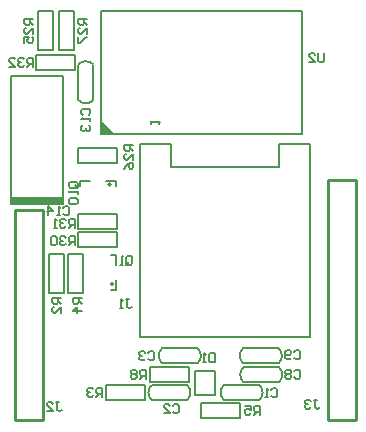
<source format=gbo>
%FSLAX25Y25*%
%MOIN*%
G70*
G01*
G75*
G04 Layer_Color=32896*
%ADD10C,0.03150*%
%ADD11R,0.04134X0.08661*%
%ADD12R,0.03937X0.04331*%
%ADD13R,0.04299X0.02362*%
%ADD14R,0.03500X0.03000*%
%ADD15R,0.02362X0.04299*%
%ADD16R,0.04921X0.07874*%
%ADD17R,0.03000X0.03500*%
%ADD18R,0.09449X0.10236*%
%ADD19O,0.02756X0.09843*%
%ADD20O,0.09843X0.02756*%
%ADD21C,0.01500*%
%ADD22C,0.00800*%
%ADD23C,0.01000*%
%ADD24C,0.02500*%
%ADD25C,0.02000*%
%ADD26C,0.06000*%
%ADD27R,0.06000X0.06000*%
%ADD28C,0.02500*%
%ADD29R,0.05906X0.06693*%
%ADD30R,0.37008X0.27559*%
%ADD31R,0.11811X0.04213*%
%ADD32R,0.10236X0.09449*%
%ADD33R,0.03150X0.05118*%
%ADD34R,0.01181X0.02165*%
%ADD35C,0.01200*%
%ADD36C,0.06000*%
%ADD37C,0.04000*%
%ADD38C,0.01600*%
%ADD39C,0.00500*%
%ADD40C,0.00600*%
%ADD41R,0.01181X0.08412*%
%ADD42R,0.01870X0.17323*%
%ADD43R,0.17323X0.01870*%
D22*
X44560Y28379D02*
Y92750D01*
X101253Y28379D02*
Y92750D01*
X91017D02*
X101253D01*
X91017Y85072D02*
Y92750D01*
X54796Y85072D02*
X91017D01*
X44560Y92750D02*
X54796D01*
Y85072D02*
Y92750D01*
X44560Y28379D02*
X101253D01*
D23*
X12304Y758D02*
Y70758D01*
X2855Y758D02*
X12304D01*
X2855D02*
Y70758D01*
X12304D01*
X107186Y80757D02*
X116635D01*
X107186Y758D02*
Y80757D01*
Y758D02*
X116635D01*
Y80757D01*
D39*
X24093Y107440D02*
G03*
X29043Y107440I2475J2475D01*
G01*
Y119390D02*
G03*
X24093Y119390I-2475J-2475D01*
G01*
X63885Y19783D02*
G03*
X63885Y24732I-2475J2475D01*
G01*
X51935D02*
G03*
X51935Y19783I2475J-2475D01*
G01*
X35754Y46257D02*
G03*
X35754Y46257I-500J0D01*
G01*
X78935Y24732D02*
G03*
X78935Y19783I2475J-2475D01*
G01*
X90885D02*
G03*
X90885Y24732I-2475J2475D01*
G01*
X48435Y12475D02*
G03*
X48435Y7525I2475J-2475D01*
G01*
X60385D02*
G03*
X60385Y12475I-2475J2475D01*
G01*
X79035Y18390D02*
G03*
X79035Y13440I2475J-2475D01*
G01*
X90985D02*
G03*
X90985Y18390I-2475J2475D01*
G01*
X72535Y12475D02*
G03*
X72535Y7525I2475J-2475D01*
G01*
X84485D02*
G03*
X84485Y12475I-2475J2475D01*
G01*
X34910Y79301D02*
G03*
X34910Y79301I-500J0D01*
G01*
X33410Y7500D02*
X46410D01*
X33410Y12500D02*
X46410D01*
Y7500D02*
Y12500D01*
X33410Y7500D02*
Y12500D01*
X24068Y107515D02*
Y119315D01*
X29068Y107515D02*
Y119315D01*
X23110Y117600D02*
Y122600D01*
X10110Y117600D02*
Y122600D01*
Y117600D02*
X23110D01*
X10110Y122600D02*
X23110D01*
X37110Y86600D02*
Y91600D01*
X24110Y86600D02*
Y91600D01*
Y86600D02*
X37110D01*
X24110Y91600D02*
X37110D01*
X24110Y64600D02*
X37110D01*
X24110Y69600D02*
X37110D01*
Y64600D02*
Y69600D01*
X24110Y64600D02*
Y69600D01*
Y63600D02*
X37110D01*
X24110Y58600D02*
X37110D01*
X24110D02*
Y63600D01*
X37110Y58600D02*
Y63600D01*
X52010Y19758D02*
X63810D01*
X52010Y24757D02*
X63810D01*
X34935Y44092D02*
X36509D01*
Y47385D01*
X34935Y55903D02*
X36509D01*
Y52610D02*
Y55903D01*
X20710Y56257D02*
X25710D01*
X20710Y43257D02*
X25710D01*
Y56257D01*
X20710Y43257D02*
Y56257D01*
X14210D02*
X19210D01*
X14210Y43257D02*
X19210D01*
Y56257D01*
X14210Y43257D02*
Y56257D01*
X79010Y24757D02*
X90810D01*
X79010Y19758D02*
X90810D01*
X48510Y12500D02*
X60310D01*
X48510Y7500D02*
X60310D01*
X64910Y1500D02*
Y6500D01*
X77910Y1500D02*
Y6500D01*
X64910D02*
X77910D01*
X64910Y1500D02*
X77910D01*
X47910Y13415D02*
Y18415D01*
X60910Y13415D02*
Y18415D01*
X47910D02*
X60910D01*
X47910Y13415D02*
X60910D01*
X79110Y18415D02*
X90910D01*
X79110Y13415D02*
X90910D01*
X10610Y124100D02*
X15610D01*
X10610Y137100D02*
X15610D01*
X10610Y124100D02*
Y137100D01*
X15610Y124100D02*
Y137100D01*
X19072Y74818D02*
Y115538D01*
X1749Y74818D02*
Y115538D01*
Y74818D02*
X19072D01*
X1749Y115538D02*
X19072D01*
X1749Y72948D02*
X19072D01*
X1749D02*
Y74818D01*
X19072Y72948D02*
Y74818D01*
X72610Y12500D02*
X84410D01*
X72610Y7500D02*
X84410D01*
X24765Y80557D02*
X28058D01*
X24765Y78982D02*
Y80557D01*
X33282D02*
X36576D01*
Y78982D02*
Y80557D01*
X22610Y124100D02*
Y137100D01*
X17610Y124100D02*
Y137100D01*
X22610D01*
X17610Y124100D02*
X22610D01*
X63064Y9320D02*
X69757D01*
X63064Y17195D02*
X69757D01*
X63064Y9320D02*
Y17195D01*
X69757Y9320D02*
Y17195D01*
X9110Y118500D02*
Y121499D01*
X7611D01*
X7111Y120999D01*
Y120000D01*
X7611Y119500D01*
X9110D01*
X8111D02*
X7111Y118500D01*
X6111Y120999D02*
X5611Y121499D01*
X4612D01*
X4112Y120999D01*
Y120499D01*
X4612Y120000D01*
X5111D01*
X4612D01*
X4112Y119500D01*
Y119000D01*
X4612Y118500D01*
X5611D01*
X6111Y119000D01*
X1113Y118500D02*
X3112D01*
X1113Y120499D01*
Y120999D01*
X1613Y121499D01*
X2612D01*
X3112Y120999D01*
X69610Y22999D02*
Y20000D01*
X68111D01*
X67611Y20500D01*
Y22499D01*
X68111Y22999D01*
X69610D01*
X66611Y20000D02*
X65611D01*
X66111D01*
Y22999D01*
X66611Y22499D01*
X25210Y41658D02*
X22211D01*
Y40158D01*
X22711Y39658D01*
X23711D01*
X24211Y40158D01*
Y41658D01*
Y40658D02*
X25210Y39658D01*
Y37159D02*
X22211D01*
X23711Y38658D01*
Y36659D01*
X18310Y41658D02*
X15311D01*
Y40158D01*
X15811Y39658D01*
X16811D01*
X17311Y40158D01*
Y41658D01*
Y40658D02*
X18310Y39658D01*
Y36659D02*
Y38658D01*
X16311Y36659D01*
X15811D01*
X15311Y37159D01*
Y38159D01*
X15811Y38658D01*
X46610Y14600D02*
Y17599D01*
X45111D01*
X44611Y17099D01*
Y16100D01*
X45111Y15600D01*
X46610D01*
X45611D02*
X44611Y14600D01*
X43611Y17099D02*
X43111Y17599D01*
X42112D01*
X41612Y17099D01*
Y16599D01*
X42112Y16100D01*
X41612Y15600D01*
Y15100D01*
X42112Y14600D01*
X43111D01*
X43611Y15100D01*
Y15600D01*
X43111Y16100D01*
X43611Y16599D01*
Y17099D01*
X43111Y16100D02*
X42112D01*
X84610Y2500D02*
Y5499D01*
X83111D01*
X82611Y4999D01*
Y3999D01*
X83111Y3500D01*
X84610D01*
X83611D02*
X82611Y2500D01*
X79612Y5499D02*
X81611D01*
Y3999D01*
X80611Y4499D01*
X80112D01*
X79612Y3999D01*
Y3000D01*
X80112Y2500D01*
X81111D01*
X81611Y3000D01*
X32110Y8500D02*
Y11499D01*
X30611D01*
X30111Y10999D01*
Y10000D01*
X30611Y9500D01*
X32110D01*
X31111D02*
X30111Y8500D01*
X29111Y10999D02*
X28611Y11499D01*
X27612D01*
X27112Y10999D01*
Y10499D01*
X27612Y10000D01*
X28111D01*
X27612D01*
X27112Y9500D01*
Y9000D01*
X27612Y8500D01*
X28611D01*
X29111Y9000D01*
X40111Y53000D02*
Y54999D01*
X40611Y55499D01*
X41610D01*
X42110Y54999D01*
Y53000D01*
X41610Y52500D01*
X40611D01*
X41111Y53500D02*
X40111Y52500D01*
X40611D02*
X40111Y53000D01*
X39111Y52500D02*
X38111D01*
X38611D01*
Y55499D01*
X39111Y54999D01*
X96111Y16999D02*
X96611Y17499D01*
X97610D01*
X98110Y16999D01*
Y15000D01*
X97610Y14500D01*
X96611D01*
X96111Y15000D01*
X95111Y16999D02*
X94611Y17499D01*
X93612D01*
X93112Y16999D01*
Y16499D01*
X93612Y16000D01*
X93112Y15500D01*
Y15000D01*
X93612Y14500D01*
X94611D01*
X95111Y15000D01*
Y15500D01*
X94611Y16000D01*
X95111Y16499D01*
Y16999D01*
X94611Y16000D02*
X93612D01*
X47311Y23299D02*
X47811Y23799D01*
X48810D01*
X49310Y23299D01*
Y21300D01*
X48810Y20800D01*
X47811D01*
X47311Y21300D01*
X46311Y23299D02*
X45811Y23799D01*
X44812D01*
X44312Y23299D01*
Y22799D01*
X44812Y22299D01*
X45311D01*
X44812D01*
X44312Y21800D01*
Y21300D01*
X44812Y20800D01*
X45811D01*
X46311Y21300D01*
X55511Y5599D02*
X56011Y6099D01*
X57010D01*
X57510Y5599D01*
Y3600D01*
X57010Y3100D01*
X56011D01*
X55511Y3600D01*
X52512Y3100D02*
X54511D01*
X52512Y5099D01*
Y5599D01*
X53012Y6099D01*
X54011D01*
X54511Y5599D01*
X88311Y10899D02*
X88811Y11399D01*
X89810D01*
X90310Y10899D01*
Y8900D01*
X89810Y8400D01*
X88811D01*
X88311Y8900D01*
X87311Y8400D02*
X86312D01*
X86811D01*
Y11399D01*
X87311Y10899D01*
X96111Y23499D02*
X96611Y23999D01*
X97610D01*
X98110Y23499D01*
Y21500D01*
X97610Y21000D01*
X96611D01*
X96111Y21500D01*
X95111D02*
X94611Y21000D01*
X93612D01*
X93112Y21500D01*
Y23499D01*
X93612Y23999D01*
X94611D01*
X95111Y23499D01*
Y22999D01*
X94611Y22500D01*
X93112D01*
X39911Y40999D02*
X40911D01*
X40411D01*
Y38500D01*
X40911Y38000D01*
X41410D01*
X41910Y38500D01*
X38911Y38000D02*
X37911D01*
X38411D01*
Y40999D01*
X38911Y40499D01*
X16511Y6799D02*
X17511D01*
X17011D01*
Y4300D01*
X17511Y3800D01*
X18010D01*
X18510Y4300D01*
X13512Y3800D02*
X15511D01*
X13512Y5799D01*
Y6299D01*
X14012Y6799D01*
X15011D01*
X15511Y6299D01*
X102611Y7499D02*
X103611D01*
X103111D01*
Y5000D01*
X103611Y4500D01*
X104110D01*
X104610Y5000D01*
X101611Y6999D02*
X101111Y7499D01*
X100112D01*
X99612Y6999D01*
Y6499D01*
X100112Y5999D01*
X100611D01*
X100112D01*
X99612Y5500D01*
Y5000D01*
X100112Y4500D01*
X101111D01*
X101611Y5000D01*
X19111Y71499D02*
X19611Y71999D01*
X20610D01*
X21110Y71499D01*
Y69500D01*
X20610Y69000D01*
X19611D01*
X19111Y69500D01*
X18111Y69000D02*
X17111D01*
X17611D01*
Y71999D01*
X18111Y71499D01*
X14112Y69000D02*
Y71999D01*
X15612Y70499D01*
X13613D01*
X9110Y134500D02*
X6111D01*
Y133001D01*
X6611Y132501D01*
X7611D01*
X8111Y133001D01*
Y134500D01*
Y133500D02*
X9110Y132501D01*
Y129502D02*
Y131501D01*
X7111Y129502D01*
X6611D01*
X6111Y130001D01*
Y131001D01*
X6611Y131501D01*
X6111Y126503D02*
Y128502D01*
X7611D01*
X7111Y127502D01*
Y127002D01*
X7611Y126503D01*
X8610D01*
X9110Y127002D01*
Y128002D01*
X8610Y128502D01*
X27010Y134600D02*
X24011D01*
Y133100D01*
X24511Y132601D01*
X25511D01*
X26011Y133100D01*
Y134600D01*
Y133600D02*
X27010Y132601D01*
Y129602D02*
Y131601D01*
X25011Y129602D01*
X24511D01*
X24011Y130101D01*
Y131101D01*
X24511Y131601D01*
X24011Y128602D02*
Y126603D01*
X24511D01*
X26510Y128602D01*
X27010D01*
X42310Y92500D02*
X39311D01*
Y91000D01*
X39811Y90501D01*
X40811D01*
X41311Y91000D01*
Y92500D01*
Y91500D02*
X42310Y90501D01*
Y87502D02*
Y89501D01*
X40311Y87502D01*
X39811D01*
X39311Y88001D01*
Y89001D01*
X39811Y89501D01*
X39311Y84503D02*
X39811Y85502D01*
X40811Y86502D01*
X41810D01*
X42310Y86002D01*
Y85002D01*
X41810Y84503D01*
X41311D01*
X40811Y85002D01*
Y86502D01*
X106110Y122999D02*
Y120500D01*
X105610Y120000D01*
X104611D01*
X104111Y120500D01*
Y122999D01*
X101112Y120000D02*
X103111D01*
X101112Y121999D01*
Y122499D01*
X101612Y122999D01*
X102611D01*
X103111Y122499D01*
X22910Y59000D02*
Y61999D01*
X21411D01*
X20911Y61499D01*
Y60500D01*
X21411Y60000D01*
X22910D01*
X21911D02*
X20911Y59000D01*
X19911Y61499D02*
X19411Y61999D01*
X18412D01*
X17912Y61499D01*
Y60999D01*
X18412Y60500D01*
X18912D01*
X18412D01*
X17912Y60000D01*
Y59500D01*
X18412Y59000D01*
X19411D01*
X19911Y59500D01*
X16912Y61499D02*
X16412Y61999D01*
X15413D01*
X14913Y61499D01*
Y59500D01*
X15413Y59000D01*
X16412D01*
X16912Y59500D01*
Y61499D01*
X22810Y64842D02*
Y67842D01*
X21311D01*
X20811Y67342D01*
Y66342D01*
X21311Y65842D01*
X22810D01*
X21811D02*
X20811Y64842D01*
X19811Y67342D02*
X19311Y67842D01*
X18312D01*
X17812Y67342D01*
Y66842D01*
X18312Y66342D01*
X18812D01*
X18312D01*
X17812Y65842D01*
Y65342D01*
X18312Y64842D01*
X19311D01*
X19811Y65342D01*
X16812Y64842D02*
X15812D01*
X16312D01*
Y67842D01*
X16812Y67342D01*
X25611Y102501D02*
X25111Y103000D01*
Y104000D01*
X25611Y104500D01*
X27610D01*
X28110Y104000D01*
Y103000D01*
X27610Y102501D01*
X28110Y101501D02*
Y100501D01*
Y101001D01*
X25111D01*
X25611Y101501D01*
Y99002D02*
X25111Y98502D01*
Y97502D01*
X25611Y97002D01*
X26111D01*
X26611Y97502D01*
Y98002D01*
Y97502D01*
X27111Y97002D01*
X27610D01*
X28110Y97502D01*
Y98502D01*
X27610Y99002D01*
X23310Y78201D02*
X21311D01*
X20811Y78701D01*
Y79700D01*
X21311Y80200D01*
X23310D01*
X23810Y79700D01*
Y78701D01*
X22811Y79200D02*
X23810Y78201D01*
Y78701D02*
X23310Y78201D01*
X23810Y77201D02*
Y76201D01*
Y76701D01*
X20811D01*
X21311Y77201D01*
Y74702D02*
X20811Y74202D01*
Y73202D01*
X21311Y72702D01*
X23310D01*
X23810Y73202D01*
Y74202D01*
X23310Y74702D01*
X21311D01*
X48383Y99510D02*
Y100509D01*
Y100009D01*
X51382D01*
X50882Y99510D01*
D40*
X31688Y96983D02*
X32318Y96352D01*
X31688Y96983D02*
Y97219D01*
X31727Y97692D02*
X32988Y96431D01*
X31727Y97692D02*
Y97810D01*
X31845Y98204D02*
X33579Y96470D01*
X31845Y98204D02*
Y98795D01*
X34209Y96431D01*
X34643D01*
X31688Y99386D02*
X34643Y96431D01*
X31530Y100111D02*
X35470Y96171D01*
X31536D02*
X98465D01*
X31536Y137116D02*
X98465D01*
Y96171D02*
Y137116D01*
X31530Y96171D02*
Y137116D01*
D43*
X10410Y73883D02*
D03*
M02*

</source>
